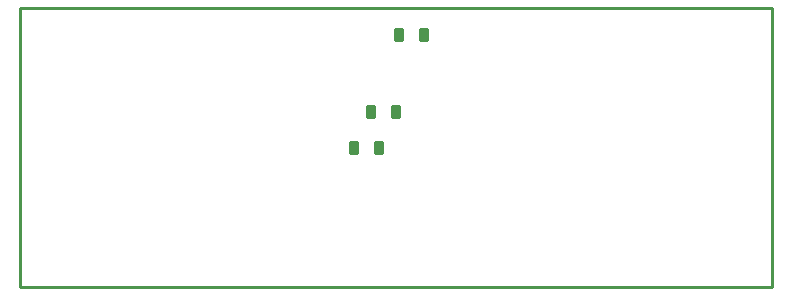
<source format=gbp>
G04 Layer_Color=16770453*
%FSAX24Y24*%
%MOIN*%
G70*
G01*
G75*
G04:AMPARAMS|DCode=18|XSize=47.2mil|YSize=35.4mil|CornerRadius=8.9mil|HoleSize=0mil|Usage=FLASHONLY|Rotation=270.000|XOffset=0mil|YOffset=0mil|HoleType=Round|Shape=RoundedRectangle|*
%AMROUNDEDRECTD18*
21,1,0.0472,0.0177,0,0,270.0*
21,1,0.0295,0.0354,0,0,270.0*
1,1,0.0177,-0.0089,-0.0148*
1,1,0.0177,-0.0089,0.0148*
1,1,0.0177,0.0089,0.0148*
1,1,0.0177,0.0089,-0.0148*
%
%ADD18ROUNDEDRECTD18*%
%ADD20C,0.0100*%
D18*
X028237Y021400D02*
D03*
X029063D02*
D03*
X030563Y025150D02*
D03*
X029737D02*
D03*
X029613Y022600D02*
D03*
X028787D02*
D03*
D20*
X017100Y016750D02*
Y026050D01*
Y016750D02*
X042150D01*
Y026050D01*
X017100D02*
X042150D01*
M02*

</source>
